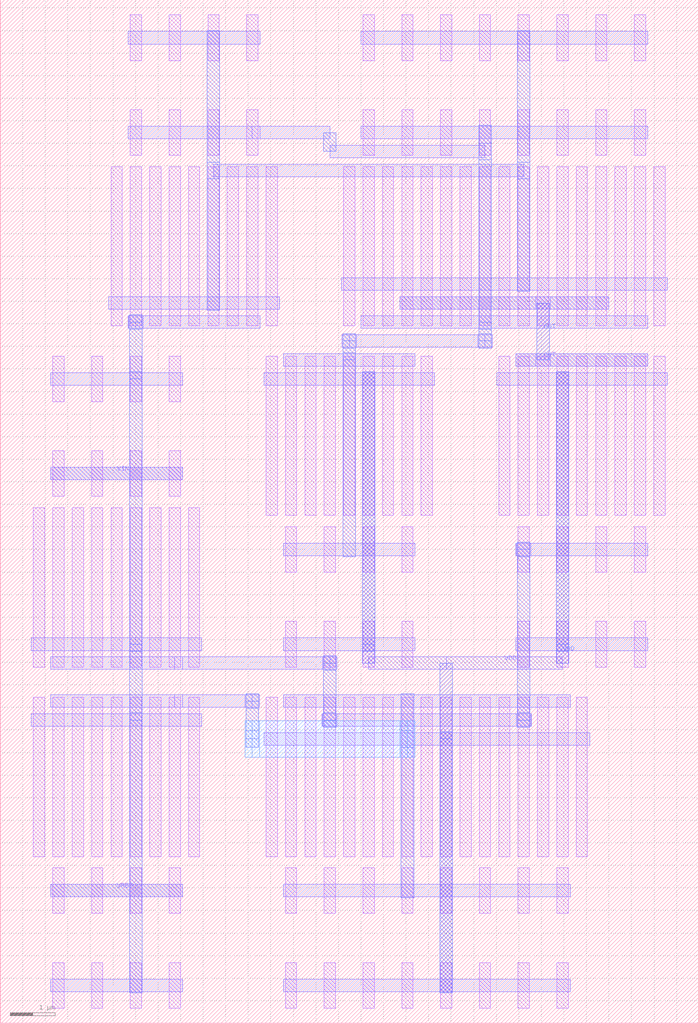
<source format=lef>
MACRO ONEBITADC
  ORIGIN 0 0 ;
  FOREIGN ONEBITADC 0 0 ;
  SIZE 15.48 BY 22.68 ;
  PIN OUT
    DIRECTION INOUT ;
    USE SIGNAL ;
    PORT 
      LAYER M2 ;
        RECT 8.86 15.82 13.5 16.1 ;
      LAYER M2 ;
        RECT 11.44 14.56 14.36 14.84 ;
      LAYER M2 ;
        RECT 11.88 15.82 12.2 16.1 ;
      LAYER M3 ;
        RECT 11.9 14.7 12.18 15.96 ;
      LAYER M2 ;
        RECT 11.88 14.56 12.2 14.84 ;
    END
  END OUT
  PIN VDD
    DIRECTION INOUT ;
    USE SIGNAL ;
    PORT 
      LAYER M3 ;
        RECT 9.75 0.68 10.03 6.46 ;
      LAYER M3 ;
        RECT 8.03 8.24 8.31 14.44 ;
      LAYER M3 ;
        RECT 12.33 8.24 12.61 14.44 ;
      LAYER M3 ;
        RECT 9.75 6.3 10.03 7.98 ;
      LAYER M2 ;
        RECT 8.17 7.84 9.89 8.12 ;
      LAYER M3 ;
        RECT 8.03 7.98 8.31 8.4 ;
      LAYER M2 ;
        RECT 9.89 7.84 12.47 8.12 ;
      LAYER M3 ;
        RECT 12.33 7.98 12.61 8.4 ;
    END
  END VDD
  PIN VIN
    DIRECTION INOUT ;
    USE SIGNAL ;
    PORT 
      LAYER M2 ;
        RECT 1.12 12.04 4.04 12.32 ;
    END
  END VIN
  PIN VREF
    DIRECTION INOUT ;
    USE SIGNAL ;
    PORT 
      LAYER M2 ;
        RECT 1.12 2.8 4.04 3.08 ;
    END
  END VREF
  OBS 
  LAYER M3 ;
        RECT 7.6 10.34 7.88 14.86 ;
  LAYER M2 ;
        RECT 2.84 19.6 5.76 19.88 ;
  LAYER M3 ;
        RECT 10.61 15.38 10.89 19.9 ;
  LAYER M2 ;
        RECT 5.59 19.6 7.31 19.88 ;
  LAYER M3 ;
        RECT 7.17 19.32 7.45 19.74 ;
  LAYER M2 ;
        RECT 7.31 19.18 10.75 19.46 ;
  LAYER M3 ;
        RECT 10.61 19.135 10.89 19.505 ;
  LAYER M3 ;
        RECT 7.6 14.7 7.88 15.12 ;
  LAYER M2 ;
        RECT 7.74 14.98 10.75 15.26 ;
  LAYER M3 ;
        RECT 10.61 15.12 10.89 15.54 ;
  LAYER M2 ;
        RECT 7.58 14.98 7.9 15.26 ;
  LAYER M3 ;
        RECT 7.6 14.96 7.88 15.28 ;
  LAYER M2 ;
        RECT 10.59 14.98 10.91 15.26 ;
  LAYER M3 ;
        RECT 10.61 14.96 10.89 15.28 ;
  LAYER M2 ;
        RECT 7.58 14.98 7.9 15.26 ;
  LAYER M3 ;
        RECT 7.6 14.96 7.88 15.28 ;
  LAYER M2 ;
        RECT 10.59 14.98 10.91 15.26 ;
  LAYER M3 ;
        RECT 10.61 14.96 10.89 15.28 ;
  LAYER M3 ;
        RECT 2.87 0.68 3.15 6.88 ;
  LAYER M3 ;
        RECT 2.87 8.24 3.15 14.44 ;
  LAYER M2 ;
        RECT 2.84 15.4 5.76 15.68 ;
  LAYER M3 ;
        RECT 2.87 6.72 3.15 8.4 ;
  LAYER M3 ;
        RECT 2.87 14.28 3.15 15.54 ;
  LAYER M2 ;
        RECT 2.85 15.4 3.17 15.68 ;
  LAYER M2 ;
        RECT 2.85 15.4 3.17 15.68 ;
  LAYER M3 ;
        RECT 2.87 15.38 3.15 15.7 ;
  LAYER M2 ;
        RECT 2.85 15.4 3.17 15.68 ;
  LAYER M3 ;
        RECT 2.87 15.38 3.15 15.7 ;
  LAYER M3 ;
        RECT 4.59 15.8 4.87 22 ;
  LAYER M3 ;
        RECT 11.47 16.22 11.75 22 ;
  LAYER M3 ;
        RECT 4.59 18.715 4.87 19.085 ;
  LAYER M2 ;
        RECT 4.73 18.76 11.61 19.04 ;
  LAYER M3 ;
        RECT 11.47 18.715 11.75 19.085 ;
  LAYER M2 ;
        RECT 1.12 7 4.04 7.28 ;
  LAYER M3 ;
        RECT 8.89 2.78 9.17 7.3 ;
  LAYER M2 ;
        RECT 3.87 7 5.59 7.28 ;
  LAYER M3 ;
        RECT 5.45 6.3 5.73 7.14 ;
  LAYER M4 ;
        RECT 5.59 5.9 9.03 6.7 ;
  LAYER M3 ;
        RECT 8.89 6.115 9.17 6.485 ;
  LAYER M2 ;
        RECT 5.43 7 5.75 7.28 ;
  LAYER M3 ;
        RECT 5.45 6.98 5.73 7.3 ;
  LAYER M3 ;
        RECT 5.45 6.115 5.73 6.485 ;
  LAYER M4 ;
        RECT 5.425 5.9 5.755 6.7 ;
  LAYER M3 ;
        RECT 8.89 6.115 9.17 6.485 ;
  LAYER M4 ;
        RECT 8.865 5.9 9.195 6.7 ;
  LAYER M2 ;
        RECT 5.43 7 5.75 7.28 ;
  LAYER M3 ;
        RECT 5.45 6.98 5.73 7.3 ;
  LAYER M3 ;
        RECT 5.45 6.115 5.73 6.485 ;
  LAYER M4 ;
        RECT 5.425 5.9 5.755 6.7 ;
  LAYER M3 ;
        RECT 8.89 6.115 9.17 6.485 ;
  LAYER M4 ;
        RECT 8.865 5.9 9.195 6.7 ;
  LAYER M2 ;
        RECT 1.12 7.84 4.04 8.12 ;
  LAYER M2 ;
        RECT 7.14 6.58 11.78 6.86 ;
  LAYER M2 ;
        RECT 11.44 10.36 14.36 10.64 ;
  LAYER M2 ;
        RECT 3.87 7.84 7.31 8.12 ;
  LAYER M3 ;
        RECT 7.17 6.72 7.45 7.98 ;
  LAYER M2 ;
        RECT 7.15 6.58 7.47 6.86 ;
  LAYER M2 ;
        RECT 11.45 6.58 11.77 6.86 ;
  LAYER M3 ;
        RECT 11.47 6.72 11.75 10.5 ;
  LAYER M2 ;
        RECT 11.45 10.36 11.77 10.64 ;
  LAYER M2 ;
        RECT 7.15 6.58 7.47 6.86 ;
  LAYER M3 ;
        RECT 7.17 6.56 7.45 6.88 ;
  LAYER M2 ;
        RECT 7.15 7.84 7.47 8.12 ;
  LAYER M3 ;
        RECT 7.17 7.82 7.45 8.14 ;
  LAYER M2 ;
        RECT 7.15 6.58 7.47 6.86 ;
  LAYER M3 ;
        RECT 7.17 6.56 7.45 6.88 ;
  LAYER M2 ;
        RECT 7.15 7.84 7.47 8.12 ;
  LAYER M3 ;
        RECT 7.17 7.82 7.45 8.14 ;
  LAYER M2 ;
        RECT 7.15 6.58 7.47 6.86 ;
  LAYER M3 ;
        RECT 7.17 6.56 7.45 6.88 ;
  LAYER M2 ;
        RECT 7.15 7.84 7.47 8.12 ;
  LAYER M3 ;
        RECT 7.17 7.82 7.45 8.14 ;
  LAYER M2 ;
        RECT 11.45 6.58 11.77 6.86 ;
  LAYER M3 ;
        RECT 11.47 6.56 11.75 6.88 ;
  LAYER M2 ;
        RECT 11.45 10.36 11.77 10.64 ;
  LAYER M3 ;
        RECT 11.47 10.34 11.75 10.66 ;
  LAYER M2 ;
        RECT 7.15 6.58 7.47 6.86 ;
  LAYER M3 ;
        RECT 7.17 6.56 7.45 6.88 ;
  LAYER M2 ;
        RECT 7.15 7.84 7.47 8.12 ;
  LAYER M3 ;
        RECT 7.17 7.82 7.45 8.14 ;
  LAYER M2 ;
        RECT 11.45 6.58 11.77 6.86 ;
  LAYER M3 ;
        RECT 11.47 6.56 11.75 6.88 ;
  LAYER M2 ;
        RECT 11.45 10.36 11.77 10.64 ;
  LAYER M3 ;
        RECT 11.47 10.34 11.75 10.66 ;
  LAYER M1 ;
        RECT 8.045 15.455 8.295 18.985 ;
  LAYER M1 ;
        RECT 8.045 19.235 8.295 20.245 ;
  LAYER M1 ;
        RECT 8.045 21.335 8.295 22.345 ;
  LAYER M1 ;
        RECT 7.615 15.455 7.865 18.985 ;
  LAYER M1 ;
        RECT 8.475 15.455 8.725 18.985 ;
  LAYER M1 ;
        RECT 8.905 15.455 9.155 18.985 ;
  LAYER M1 ;
        RECT 8.905 19.235 9.155 20.245 ;
  LAYER M1 ;
        RECT 8.905 21.335 9.155 22.345 ;
  LAYER M1 ;
        RECT 9.335 15.455 9.585 18.985 ;
  LAYER M1 ;
        RECT 9.765 15.455 10.015 18.985 ;
  LAYER M1 ;
        RECT 9.765 19.235 10.015 20.245 ;
  LAYER M1 ;
        RECT 9.765 21.335 10.015 22.345 ;
  LAYER M1 ;
        RECT 10.195 15.455 10.445 18.985 ;
  LAYER M1 ;
        RECT 10.625 15.455 10.875 18.985 ;
  LAYER M1 ;
        RECT 10.625 19.235 10.875 20.245 ;
  LAYER M1 ;
        RECT 10.625 21.335 10.875 22.345 ;
  LAYER M1 ;
        RECT 11.055 15.455 11.305 18.985 ;
  LAYER M1 ;
        RECT 11.485 15.455 11.735 18.985 ;
  LAYER M1 ;
        RECT 11.485 19.235 11.735 20.245 ;
  LAYER M1 ;
        RECT 11.485 21.335 11.735 22.345 ;
  LAYER M1 ;
        RECT 11.915 15.455 12.165 18.985 ;
  LAYER M1 ;
        RECT 12.345 15.455 12.595 18.985 ;
  LAYER M1 ;
        RECT 12.345 19.235 12.595 20.245 ;
  LAYER M1 ;
        RECT 12.345 21.335 12.595 22.345 ;
  LAYER M1 ;
        RECT 12.775 15.455 13.025 18.985 ;
  LAYER M1 ;
        RECT 13.205 15.455 13.455 18.985 ;
  LAYER M1 ;
        RECT 13.205 19.235 13.455 20.245 ;
  LAYER M1 ;
        RECT 13.205 21.335 13.455 22.345 ;
  LAYER M1 ;
        RECT 13.635 15.455 13.885 18.985 ;
  LAYER M1 ;
        RECT 14.065 15.455 14.315 18.985 ;
  LAYER M1 ;
        RECT 14.065 19.235 14.315 20.245 ;
  LAYER M1 ;
        RECT 14.065 21.335 14.315 22.345 ;
  LAYER M1 ;
        RECT 14.495 15.455 14.745 18.985 ;
  LAYER M2 ;
        RECT 8 19.6 14.36 19.88 ;
  LAYER M2 ;
        RECT 8 15.4 14.36 15.68 ;
  LAYER M2 ;
        RECT 8 21.7 14.36 21.98 ;
  LAYER M2 ;
        RECT 7.57 16.24 14.79 16.52 ;
  LAYER M3 ;
        RECT 10.61 15.38 10.89 19.9 ;
  LAYER M2 ;
        RECT 8.86 15.82 13.5 16.1 ;
  LAYER M3 ;
        RECT 11.47 16.22 11.75 22 ;
  LAYER M1 ;
        RECT 2.885 15.455 3.135 18.985 ;
  LAYER M1 ;
        RECT 2.885 19.235 3.135 20.245 ;
  LAYER M1 ;
        RECT 2.885 21.335 3.135 22.345 ;
  LAYER M1 ;
        RECT 2.455 15.455 2.705 18.985 ;
  LAYER M1 ;
        RECT 3.315 15.455 3.565 18.985 ;
  LAYER M1 ;
        RECT 3.745 15.455 3.995 18.985 ;
  LAYER M1 ;
        RECT 3.745 19.235 3.995 20.245 ;
  LAYER M1 ;
        RECT 3.745 21.335 3.995 22.345 ;
  LAYER M1 ;
        RECT 4.175 15.455 4.425 18.985 ;
  LAYER M1 ;
        RECT 4.605 15.455 4.855 18.985 ;
  LAYER M1 ;
        RECT 4.605 19.235 4.855 20.245 ;
  LAYER M1 ;
        RECT 4.605 21.335 4.855 22.345 ;
  LAYER M1 ;
        RECT 5.035 15.455 5.285 18.985 ;
  LAYER M1 ;
        RECT 5.465 15.455 5.715 18.985 ;
  LAYER M1 ;
        RECT 5.465 19.235 5.715 20.245 ;
  LAYER M1 ;
        RECT 5.465 21.335 5.715 22.345 ;
  LAYER M1 ;
        RECT 5.895 15.455 6.145 18.985 ;
  LAYER M2 ;
        RECT 2.84 21.7 5.76 21.98 ;
  LAYER M2 ;
        RECT 2.41 15.82 6.19 16.1 ;
  LAYER M2 ;
        RECT 2.84 15.4 5.76 15.68 ;
  LAYER M2 ;
        RECT 2.84 19.6 5.76 19.88 ;
  LAYER M3 ;
        RECT 4.59 15.8 4.87 22 ;
  LAYER M1 ;
        RECT 6.325 3.695 6.575 7.225 ;
  LAYER M1 ;
        RECT 6.325 2.435 6.575 3.445 ;
  LAYER M1 ;
        RECT 6.325 0.335 6.575 1.345 ;
  LAYER M1 ;
        RECT 5.895 3.695 6.145 7.225 ;
  LAYER M1 ;
        RECT 6.755 3.695 7.005 7.225 ;
  LAYER M1 ;
        RECT 7.185 3.695 7.435 7.225 ;
  LAYER M1 ;
        RECT 7.185 2.435 7.435 3.445 ;
  LAYER M1 ;
        RECT 7.185 0.335 7.435 1.345 ;
  LAYER M1 ;
        RECT 7.615 3.695 7.865 7.225 ;
  LAYER M1 ;
        RECT 8.045 3.695 8.295 7.225 ;
  LAYER M1 ;
        RECT 8.045 2.435 8.295 3.445 ;
  LAYER M1 ;
        RECT 8.045 0.335 8.295 1.345 ;
  LAYER M1 ;
        RECT 8.475 3.695 8.725 7.225 ;
  LAYER M1 ;
        RECT 8.905 3.695 9.155 7.225 ;
  LAYER M1 ;
        RECT 8.905 2.435 9.155 3.445 ;
  LAYER M1 ;
        RECT 8.905 0.335 9.155 1.345 ;
  LAYER M1 ;
        RECT 9.335 3.695 9.585 7.225 ;
  LAYER M1 ;
        RECT 9.765 3.695 10.015 7.225 ;
  LAYER M1 ;
        RECT 9.765 2.435 10.015 3.445 ;
  LAYER M1 ;
        RECT 9.765 0.335 10.015 1.345 ;
  LAYER M1 ;
        RECT 10.195 3.695 10.445 7.225 ;
  LAYER M1 ;
        RECT 10.625 3.695 10.875 7.225 ;
  LAYER M1 ;
        RECT 10.625 2.435 10.875 3.445 ;
  LAYER M1 ;
        RECT 10.625 0.335 10.875 1.345 ;
  LAYER M1 ;
        RECT 11.055 3.695 11.305 7.225 ;
  LAYER M1 ;
        RECT 11.485 3.695 11.735 7.225 ;
  LAYER M1 ;
        RECT 11.485 2.435 11.735 3.445 ;
  LAYER M1 ;
        RECT 11.485 0.335 11.735 1.345 ;
  LAYER M1 ;
        RECT 11.915 3.695 12.165 7.225 ;
  LAYER M1 ;
        RECT 12.345 3.695 12.595 7.225 ;
  LAYER M1 ;
        RECT 12.345 2.435 12.595 3.445 ;
  LAYER M1 ;
        RECT 12.345 0.335 12.595 1.345 ;
  LAYER M1 ;
        RECT 12.775 3.695 13.025 7.225 ;
  LAYER M2 ;
        RECT 6.28 2.8 12.64 3.08 ;
  LAYER M2 ;
        RECT 6.28 7 12.64 7.28 ;
  LAYER M2 ;
        RECT 6.28 0.7 12.64 0.98 ;
  LAYER M2 ;
        RECT 5.85 6.16 13.07 6.44 ;
  LAYER M3 ;
        RECT 8.89 2.78 9.17 7.3 ;
  LAYER M2 ;
        RECT 7.14 6.58 11.78 6.86 ;
  LAYER M3 ;
        RECT 9.75 0.68 10.03 6.46 ;
  LAYER M1 ;
        RECT 6.325 11.255 6.575 14.785 ;
  LAYER M1 ;
        RECT 6.325 9.995 6.575 11.005 ;
  LAYER M1 ;
        RECT 6.325 7.895 6.575 8.905 ;
  LAYER M1 ;
        RECT 5.895 11.255 6.145 14.785 ;
  LAYER M1 ;
        RECT 6.755 11.255 7.005 14.785 ;
  LAYER M1 ;
        RECT 7.185 11.255 7.435 14.785 ;
  LAYER M1 ;
        RECT 7.185 9.995 7.435 11.005 ;
  LAYER M1 ;
        RECT 7.185 7.895 7.435 8.905 ;
  LAYER M1 ;
        RECT 7.615 11.255 7.865 14.785 ;
  LAYER M1 ;
        RECT 8.045 11.255 8.295 14.785 ;
  LAYER M1 ;
        RECT 8.045 9.995 8.295 11.005 ;
  LAYER M1 ;
        RECT 8.045 7.895 8.295 8.905 ;
  LAYER M1 ;
        RECT 8.475 11.255 8.725 14.785 ;
  LAYER M1 ;
        RECT 8.905 11.255 9.155 14.785 ;
  LAYER M1 ;
        RECT 8.905 9.995 9.155 11.005 ;
  LAYER M1 ;
        RECT 8.905 7.895 9.155 8.905 ;
  LAYER M1 ;
        RECT 9.335 11.255 9.585 14.785 ;
  LAYER M2 ;
        RECT 6.28 10.36 9.2 10.64 ;
  LAYER M2 ;
        RECT 6.28 14.56 9.2 14.84 ;
  LAYER M2 ;
        RECT 6.28 8.26 9.2 8.54 ;
  LAYER M2 ;
        RECT 5.85 14.14 9.63 14.42 ;
  LAYER M3 ;
        RECT 7.6 10.34 7.88 14.86 ;
  LAYER M3 ;
        RECT 8.03 8.24 8.31 14.44 ;
  LAYER M1 ;
        RECT 1.165 7.895 1.415 11.425 ;
  LAYER M1 ;
        RECT 1.165 11.675 1.415 12.685 ;
  LAYER M1 ;
        RECT 1.165 13.775 1.415 14.785 ;
  LAYER M1 ;
        RECT 0.735 7.895 0.985 11.425 ;
  LAYER M1 ;
        RECT 1.595 7.895 1.845 11.425 ;
  LAYER M1 ;
        RECT 2.025 7.895 2.275 11.425 ;
  LAYER M1 ;
        RECT 2.025 11.675 2.275 12.685 ;
  LAYER M1 ;
        RECT 2.025 13.775 2.275 14.785 ;
  LAYER M1 ;
        RECT 2.455 7.895 2.705 11.425 ;
  LAYER M1 ;
        RECT 2.885 7.895 3.135 11.425 ;
  LAYER M1 ;
        RECT 2.885 11.675 3.135 12.685 ;
  LAYER M1 ;
        RECT 2.885 13.775 3.135 14.785 ;
  LAYER M1 ;
        RECT 3.315 7.895 3.565 11.425 ;
  LAYER M1 ;
        RECT 3.745 7.895 3.995 11.425 ;
  LAYER M1 ;
        RECT 3.745 11.675 3.995 12.685 ;
  LAYER M1 ;
        RECT 3.745 13.775 3.995 14.785 ;
  LAYER M1 ;
        RECT 4.175 7.895 4.425 11.425 ;
  LAYER M2 ;
        RECT 1.12 14.14 4.04 14.42 ;
  LAYER M2 ;
        RECT 0.69 8.26 4.47 8.54 ;
  LAYER M2 ;
        RECT 1.12 7.84 4.04 8.12 ;
  LAYER M2 ;
        RECT 1.12 12.04 4.04 12.32 ;
  LAYER M3 ;
        RECT 2.87 8.24 3.15 14.44 ;
  LAYER M1 ;
        RECT 1.165 3.695 1.415 7.225 ;
  LAYER M1 ;
        RECT 1.165 2.435 1.415 3.445 ;
  LAYER M1 ;
        RECT 1.165 0.335 1.415 1.345 ;
  LAYER M1 ;
        RECT 0.735 3.695 0.985 7.225 ;
  LAYER M1 ;
        RECT 1.595 3.695 1.845 7.225 ;
  LAYER M1 ;
        RECT 2.025 3.695 2.275 7.225 ;
  LAYER M1 ;
        RECT 2.025 2.435 2.275 3.445 ;
  LAYER M1 ;
        RECT 2.025 0.335 2.275 1.345 ;
  LAYER M1 ;
        RECT 2.455 3.695 2.705 7.225 ;
  LAYER M1 ;
        RECT 2.885 3.695 3.135 7.225 ;
  LAYER M1 ;
        RECT 2.885 2.435 3.135 3.445 ;
  LAYER M1 ;
        RECT 2.885 0.335 3.135 1.345 ;
  LAYER M1 ;
        RECT 3.315 3.695 3.565 7.225 ;
  LAYER M1 ;
        RECT 3.745 3.695 3.995 7.225 ;
  LAYER M1 ;
        RECT 3.745 2.435 3.995 3.445 ;
  LAYER M1 ;
        RECT 3.745 0.335 3.995 1.345 ;
  LAYER M1 ;
        RECT 4.175 3.695 4.425 7.225 ;
  LAYER M2 ;
        RECT 1.12 0.7 4.04 0.98 ;
  LAYER M2 ;
        RECT 0.69 6.58 4.47 6.86 ;
  LAYER M2 ;
        RECT 1.12 7 4.04 7.28 ;
  LAYER M2 ;
        RECT 1.12 2.8 4.04 3.08 ;
  LAYER M3 ;
        RECT 2.87 0.68 3.15 6.88 ;
  LAYER M1 ;
        RECT 14.065 11.255 14.315 14.785 ;
  LAYER M1 ;
        RECT 14.065 9.995 14.315 11.005 ;
  LAYER M1 ;
        RECT 14.065 7.895 14.315 8.905 ;
  LAYER M1 ;
        RECT 14.495 11.255 14.745 14.785 ;
  LAYER M1 ;
        RECT 13.635 11.255 13.885 14.785 ;
  LAYER M1 ;
        RECT 13.205 11.255 13.455 14.785 ;
  LAYER M1 ;
        RECT 13.205 9.995 13.455 11.005 ;
  LAYER M1 ;
        RECT 13.205 7.895 13.455 8.905 ;
  LAYER M1 ;
        RECT 12.775 11.255 13.025 14.785 ;
  LAYER M1 ;
        RECT 12.345 11.255 12.595 14.785 ;
  LAYER M1 ;
        RECT 12.345 9.995 12.595 11.005 ;
  LAYER M1 ;
        RECT 12.345 7.895 12.595 8.905 ;
  LAYER M1 ;
        RECT 11.915 11.255 12.165 14.785 ;
  LAYER M1 ;
        RECT 11.485 11.255 11.735 14.785 ;
  LAYER M1 ;
        RECT 11.485 9.995 11.735 11.005 ;
  LAYER M1 ;
        RECT 11.485 7.895 11.735 8.905 ;
  LAYER M1 ;
        RECT 11.055 11.255 11.305 14.785 ;
  LAYER M2 ;
        RECT 11.44 8.26 14.36 8.54 ;
  LAYER M2 ;
        RECT 11.01 14.14 14.79 14.42 ;
  LAYER M2 ;
        RECT 11.44 14.56 14.36 14.84 ;
  LAYER M2 ;
        RECT 11.44 10.36 14.36 10.64 ;
  LAYER M3 ;
        RECT 12.33 8.24 12.61 14.44 ;
  END 
END ONEBITADC

</source>
